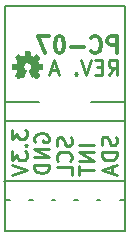
<source format=gbo>
G04 #@! TF.FileFunction,Legend,Bot*
%FSLAX46Y46*%
G04 Gerber Fmt 4.6, Leading zero omitted, Abs format (unit mm)*
G04 Created by KiCad (PCBNEW (2016-05-03 BZR 6266)-product) date Thu Jul 21 02:54:24 2016*
%MOMM*%
%LPD*%
G01*
G04 APERTURE LIST*
%ADD10C,0.350000*%
%ADD11C,0.254000*%
%ADD12C,0.200000*%
%ADD13C,0.304800*%
%ADD14C,0.150000*%
%ADD15C,0.002540*%
G04 APERTURE END LIST*
D10*
D11*
X111699524Y-127955524D02*
X110429524Y-127955524D01*
X111699524Y-128560286D02*
X110429524Y-128560286D01*
X111699524Y-129286000D01*
X110429524Y-129286000D01*
X110429524Y-129709333D02*
X110429524Y-130435048D01*
X111699524Y-130072191D02*
X110429524Y-130072191D01*
D12*
X111937800Y-132562600D02*
X112217200Y-132562600D01*
D11*
X106680000Y-127653143D02*
X106619524Y-127532191D01*
X106619524Y-127350762D01*
X106680000Y-127169334D01*
X106800952Y-127048381D01*
X106921905Y-126987905D01*
X107163810Y-126927429D01*
X107345238Y-126927429D01*
X107587143Y-126987905D01*
X107708095Y-127048381D01*
X107829048Y-127169334D01*
X107889524Y-127350762D01*
X107889524Y-127471714D01*
X107829048Y-127653143D01*
X107768571Y-127713619D01*
X107345238Y-127713619D01*
X107345238Y-127471714D01*
X107889524Y-128257905D02*
X106619524Y-128257905D01*
X107889524Y-128983619D01*
X106619524Y-128983619D01*
X107889524Y-129588381D02*
X106619524Y-129588381D01*
X106619524Y-129890762D01*
X106680000Y-130072190D01*
X106800952Y-130193143D01*
X106921905Y-130253619D01*
X107163810Y-130314095D01*
X107345238Y-130314095D01*
X107587143Y-130253619D01*
X107708095Y-130193143D01*
X107829048Y-130072190D01*
X107889524Y-129890762D01*
X107889524Y-129588381D01*
X109734048Y-127290286D02*
X109794524Y-127471714D01*
X109794524Y-127774095D01*
X109734048Y-127895048D01*
X109673571Y-127955524D01*
X109552619Y-128016000D01*
X109431667Y-128016000D01*
X109310714Y-127955524D01*
X109250238Y-127895048D01*
X109189762Y-127774095D01*
X109129286Y-127532191D01*
X109068810Y-127411238D01*
X109008333Y-127350762D01*
X108887381Y-127290286D01*
X108766429Y-127290286D01*
X108645476Y-127350762D01*
X108585000Y-127411238D01*
X108524524Y-127532191D01*
X108524524Y-127834571D01*
X108585000Y-128016000D01*
X109673571Y-129286000D02*
X109734048Y-129225524D01*
X109794524Y-129044095D01*
X109794524Y-128923143D01*
X109734048Y-128741715D01*
X109613095Y-128620762D01*
X109492143Y-128560286D01*
X109250238Y-128499810D01*
X109068810Y-128499810D01*
X108826905Y-128560286D01*
X108705952Y-128620762D01*
X108585000Y-128741715D01*
X108524524Y-128923143D01*
X108524524Y-129044095D01*
X108585000Y-129225524D01*
X108645476Y-129286000D01*
X109794524Y-130435048D02*
X109794524Y-129830286D01*
X108524524Y-129830286D01*
X104714524Y-126625048D02*
X104714524Y-127411238D01*
X105198333Y-126987905D01*
X105198333Y-127169333D01*
X105258810Y-127290286D01*
X105319286Y-127350762D01*
X105440238Y-127411238D01*
X105742619Y-127411238D01*
X105863571Y-127350762D01*
X105924048Y-127290286D01*
X105984524Y-127169333D01*
X105984524Y-126806476D01*
X105924048Y-126685524D01*
X105863571Y-126625048D01*
X105863571Y-127955524D02*
X105924048Y-128016000D01*
X105984524Y-127955524D01*
X105924048Y-127895048D01*
X105863571Y-127955524D01*
X105984524Y-127955524D01*
X104714524Y-128439334D02*
X104714524Y-129225524D01*
X105198333Y-128802191D01*
X105198333Y-128983619D01*
X105258810Y-129104572D01*
X105319286Y-129165048D01*
X105440238Y-129225524D01*
X105742619Y-129225524D01*
X105863571Y-129165048D01*
X105924048Y-129104572D01*
X105984524Y-128983619D01*
X105984524Y-128620762D01*
X105924048Y-128499810D01*
X105863571Y-128439334D01*
X104714524Y-129588381D02*
X105984524Y-130011715D01*
X104714524Y-130435048D01*
X113544048Y-127229810D02*
X113604524Y-127411238D01*
X113604524Y-127713619D01*
X113544048Y-127834572D01*
X113483571Y-127895048D01*
X113362619Y-127955524D01*
X113241667Y-127955524D01*
X113120714Y-127895048D01*
X113060238Y-127834572D01*
X112999762Y-127713619D01*
X112939286Y-127471715D01*
X112878810Y-127350762D01*
X112818333Y-127290286D01*
X112697381Y-127229810D01*
X112576429Y-127229810D01*
X112455476Y-127290286D01*
X112395000Y-127350762D01*
X112334524Y-127471715D01*
X112334524Y-127774095D01*
X112395000Y-127955524D01*
X113604524Y-128499810D02*
X112334524Y-128499810D01*
X112334524Y-128802191D01*
X112395000Y-128983619D01*
X112515952Y-129104572D01*
X112636905Y-129165048D01*
X112878810Y-129225524D01*
X113060238Y-129225524D01*
X113302143Y-129165048D01*
X113423095Y-129104572D01*
X113544048Y-128983619D01*
X113604524Y-128802191D01*
X113604524Y-128499810D01*
X113241667Y-129709334D02*
X113241667Y-130314096D01*
X113604524Y-129588381D02*
X112334524Y-130011715D01*
X113604524Y-130435048D01*
X112927190Y-121986524D02*
X113350523Y-121381762D01*
X113652904Y-121986524D02*
X113652904Y-120716524D01*
X113169095Y-120716524D01*
X113048142Y-120777000D01*
X112987666Y-120837476D01*
X112927190Y-120958429D01*
X112927190Y-121139857D01*
X112987666Y-121260810D01*
X113048142Y-121321286D01*
X113169095Y-121381762D01*
X113652904Y-121381762D01*
X112382904Y-121321286D02*
X111959571Y-121321286D01*
X111778142Y-121986524D02*
X112382904Y-121986524D01*
X112382904Y-120716524D01*
X111778142Y-120716524D01*
X111415285Y-120716524D02*
X110991951Y-121986524D01*
X110568618Y-120716524D01*
X110145285Y-121865571D02*
X110084809Y-121926048D01*
X110145285Y-121986524D01*
X110205761Y-121926048D01*
X110145285Y-121865571D01*
X110145285Y-121986524D01*
X108633380Y-121623667D02*
X108028618Y-121623667D01*
X108754333Y-121986524D02*
X108330999Y-120716524D01*
X107907666Y-121986524D01*
D13*
X113622666Y-120138976D02*
X113622666Y-118741976D01*
X113090475Y-118741976D01*
X112957428Y-118808500D01*
X112890904Y-118875024D01*
X112824380Y-119008071D01*
X112824380Y-119207643D01*
X112890904Y-119340690D01*
X112957428Y-119407214D01*
X113090475Y-119473738D01*
X113622666Y-119473738D01*
X111427380Y-120005929D02*
X111493904Y-120072452D01*
X111693475Y-120138976D01*
X111826523Y-120138976D01*
X112026095Y-120072452D01*
X112159142Y-119939405D01*
X112225666Y-119806357D01*
X112292190Y-119540262D01*
X112292190Y-119340690D01*
X112225666Y-119074595D01*
X112159142Y-118941548D01*
X112026095Y-118808500D01*
X111826523Y-118741976D01*
X111693475Y-118741976D01*
X111493904Y-118808500D01*
X111427380Y-118875024D01*
X110828666Y-119606786D02*
X109764285Y-119606786D01*
X108832952Y-118741976D02*
X108699904Y-118741976D01*
X108566856Y-118808500D01*
X108500333Y-118875024D01*
X108433809Y-119008071D01*
X108367285Y-119274167D01*
X108367285Y-119606786D01*
X108433809Y-119872881D01*
X108500333Y-120005929D01*
X108566856Y-120072452D01*
X108699904Y-120138976D01*
X108832952Y-120138976D01*
X108965999Y-120072452D01*
X109032523Y-120005929D01*
X109099047Y-119872881D01*
X109165571Y-119606786D01*
X109165571Y-119274167D01*
X109099047Y-119008071D01*
X109032523Y-118875024D01*
X108965999Y-118808500D01*
X108832952Y-118741976D01*
X107901619Y-118741976D02*
X106970285Y-118741976D01*
X107569000Y-120138976D01*
D12*
X111429800Y-124333000D02*
X114300000Y-124333000D01*
X113868200Y-132562600D02*
X114300000Y-132562600D01*
X110032800Y-132562600D02*
X110312200Y-132562600D01*
X108127800Y-132562600D02*
X108407200Y-132562600D01*
X106222800Y-132562600D02*
X106502200Y-132562600D01*
X104140000Y-124333000D02*
X107010200Y-124333000D01*
X104140000Y-125907800D02*
X114300000Y-125907800D01*
X104089200Y-130987800D02*
X114300000Y-130987800D01*
X104140000Y-132562600D02*
X104597200Y-132562600D01*
D14*
X104140000Y-116205000D02*
X104140000Y-135255000D01*
X114300000Y-116205000D02*
X104140000Y-116205000D01*
X114300000Y-135255000D02*
X114300000Y-116205000D01*
X104140000Y-135255000D02*
X114300000Y-135255000D01*
D15*
G36*
X106814620Y-122295920D02*
X106799380Y-122290840D01*
X106771440Y-122270520D01*
X106728260Y-122242580D01*
X106677460Y-122209560D01*
X106629200Y-122176540D01*
X106586020Y-122148600D01*
X106558080Y-122130820D01*
X106545380Y-122123200D01*
X106540300Y-122125740D01*
X106514900Y-122135900D01*
X106479340Y-122156220D01*
X106461560Y-122166380D01*
X106428540Y-122179080D01*
X106413300Y-122181620D01*
X106410760Y-122176540D01*
X106398060Y-122153680D01*
X106380280Y-122110500D01*
X106354880Y-122057160D01*
X106329480Y-121991120D01*
X106299000Y-121922540D01*
X106268520Y-121851420D01*
X106240580Y-121782840D01*
X106217720Y-121724420D01*
X106197400Y-121673620D01*
X106184700Y-121640600D01*
X106179620Y-121625360D01*
X106179620Y-121622820D01*
X106197400Y-121605040D01*
X106225340Y-121584720D01*
X106283760Y-121536460D01*
X106344720Y-121462800D01*
X106380280Y-121378980D01*
X106390440Y-121285000D01*
X106380280Y-121201180D01*
X106347260Y-121117360D01*
X106288840Y-121041160D01*
X106217720Y-120985280D01*
X106136440Y-120952260D01*
X106045000Y-120939560D01*
X105958640Y-120949720D01*
X105872280Y-120982740D01*
X105798620Y-121041160D01*
X105765600Y-121076720D01*
X105722420Y-121152920D01*
X105697020Y-121234200D01*
X105694480Y-121254520D01*
X105699560Y-121340880D01*
X105724960Y-121427240D01*
X105773220Y-121503440D01*
X105836720Y-121566940D01*
X105844340Y-121572020D01*
X105874820Y-121594880D01*
X105895140Y-121610120D01*
X105912920Y-121622820D01*
X105798620Y-121897140D01*
X105780840Y-121940320D01*
X105750360Y-122013980D01*
X105722420Y-122080020D01*
X105699560Y-122130820D01*
X105684320Y-122163840D01*
X105679240Y-122179080D01*
X105676700Y-122179080D01*
X105666540Y-122181620D01*
X105646220Y-122174000D01*
X105608120Y-122156220D01*
X105582720Y-122143520D01*
X105554780Y-122128280D01*
X105542080Y-122123200D01*
X105529380Y-122128280D01*
X105501440Y-122146060D01*
X105460800Y-122174000D01*
X105412540Y-122207020D01*
X105366820Y-122240040D01*
X105323640Y-122267980D01*
X105290620Y-122288300D01*
X105277920Y-122295920D01*
X105275380Y-122295920D01*
X105260140Y-122288300D01*
X105237280Y-122267980D01*
X105199180Y-122232420D01*
X105145840Y-122181620D01*
X105138220Y-122171460D01*
X105095040Y-122128280D01*
X105059480Y-122090180D01*
X105036620Y-122064780D01*
X105029000Y-122052080D01*
X105029000Y-122052080D01*
X105036620Y-122039380D01*
X105054400Y-122006360D01*
X105084880Y-121963180D01*
X105117900Y-121912380D01*
X105209340Y-121780300D01*
X105158540Y-121658380D01*
X105143300Y-121620280D01*
X105125520Y-121572020D01*
X105110280Y-121539000D01*
X105102660Y-121526300D01*
X105089960Y-121521220D01*
X105054400Y-121513600D01*
X105006140Y-121503440D01*
X104947720Y-121490740D01*
X104891840Y-121480580D01*
X104841040Y-121472960D01*
X104802940Y-121465340D01*
X104787700Y-121460260D01*
X104782620Y-121460260D01*
X104780080Y-121450100D01*
X104777540Y-121434860D01*
X104777540Y-121404380D01*
X104777540Y-121356120D01*
X104777540Y-121285000D01*
X104777540Y-121279920D01*
X104777540Y-121213880D01*
X104777540Y-121160540D01*
X104780080Y-121124980D01*
X104782620Y-121109740D01*
X104782620Y-121109740D01*
X104797860Y-121107200D01*
X104833420Y-121099580D01*
X104884220Y-121089420D01*
X104945180Y-121076720D01*
X104947720Y-121076720D01*
X105008680Y-121066560D01*
X105059480Y-121053860D01*
X105095040Y-121046240D01*
X105110280Y-121041160D01*
X105112820Y-121038620D01*
X105125520Y-121015760D01*
X105140760Y-120977660D01*
X105161080Y-120931940D01*
X105181400Y-120883680D01*
X105199180Y-120843040D01*
X105209340Y-120810020D01*
X105211880Y-120797320D01*
X105211880Y-120794780D01*
X105204260Y-120782080D01*
X105183940Y-120751600D01*
X105153460Y-120705880D01*
X105117900Y-120655080D01*
X105115360Y-120652540D01*
X105082340Y-120601740D01*
X105054400Y-120558560D01*
X105034080Y-120528080D01*
X105029000Y-120512840D01*
X105029000Y-120512840D01*
X105039160Y-120497600D01*
X105064560Y-120469660D01*
X105102660Y-120431560D01*
X105145840Y-120385840D01*
X105161080Y-120370600D01*
X105209340Y-120322340D01*
X105244900Y-120291860D01*
X105265220Y-120274080D01*
X105275380Y-120271540D01*
X105275380Y-120271540D01*
X105290620Y-120281700D01*
X105323640Y-120302020D01*
X105366820Y-120332500D01*
X105417620Y-120365520D01*
X105422700Y-120368060D01*
X105473500Y-120403620D01*
X105516680Y-120431560D01*
X105544620Y-120451880D01*
X105559860Y-120459500D01*
X105559860Y-120459500D01*
X105582720Y-120454420D01*
X105618280Y-120441720D01*
X105661460Y-120423940D01*
X105709720Y-120406160D01*
X105752900Y-120385840D01*
X105783380Y-120373140D01*
X105798620Y-120362980D01*
X105798620Y-120362980D01*
X105803700Y-120345200D01*
X105813860Y-120307100D01*
X105824020Y-120253760D01*
X105836720Y-120192800D01*
X105836720Y-120182640D01*
X105849420Y-120121680D01*
X105859580Y-120070880D01*
X105867200Y-120037860D01*
X105869740Y-120022620D01*
X105877360Y-120020080D01*
X105907840Y-120020080D01*
X105953560Y-120017540D01*
X106006900Y-120017540D01*
X106062780Y-120017540D01*
X106118660Y-120017540D01*
X106166920Y-120020080D01*
X106202480Y-120022620D01*
X106215180Y-120025160D01*
X106215180Y-120025160D01*
X106222800Y-120045480D01*
X106230420Y-120083580D01*
X106240580Y-120136920D01*
X106253280Y-120197880D01*
X106255820Y-120208040D01*
X106265980Y-120269000D01*
X106276140Y-120319800D01*
X106283760Y-120352820D01*
X106286300Y-120365520D01*
X106293920Y-120370600D01*
X106316780Y-120380760D01*
X106357420Y-120396000D01*
X106408220Y-120416320D01*
X106525060Y-120464580D01*
X106667300Y-120365520D01*
X106680000Y-120357900D01*
X106730800Y-120322340D01*
X106773980Y-120294400D01*
X106801920Y-120276620D01*
X106814620Y-120269000D01*
X106817160Y-120269000D01*
X106829860Y-120281700D01*
X106857800Y-120309640D01*
X106895900Y-120345200D01*
X106941620Y-120390920D01*
X106974640Y-120423940D01*
X107015280Y-120464580D01*
X107038140Y-120489980D01*
X107053380Y-120507760D01*
X107058460Y-120517920D01*
X107055920Y-120525540D01*
X107048300Y-120540780D01*
X107025440Y-120571260D01*
X106997500Y-120614440D01*
X106961940Y-120665240D01*
X106934000Y-120705880D01*
X106903520Y-120754140D01*
X106883200Y-120789700D01*
X106875580Y-120804940D01*
X106878120Y-120812560D01*
X106888280Y-120840500D01*
X106903520Y-120883680D01*
X106926380Y-120931940D01*
X106974640Y-121046240D01*
X107048300Y-121058940D01*
X107094020Y-121069100D01*
X107157520Y-121081800D01*
X107215940Y-121091960D01*
X107309920Y-121109740D01*
X107315000Y-121452640D01*
X107299760Y-121457720D01*
X107284520Y-121462800D01*
X107251500Y-121470420D01*
X107200700Y-121480580D01*
X107142280Y-121490740D01*
X107094020Y-121500900D01*
X107043220Y-121511060D01*
X107007660Y-121516140D01*
X106989880Y-121521220D01*
X106987340Y-121526300D01*
X106974640Y-121549160D01*
X106956860Y-121589800D01*
X106936540Y-121635520D01*
X106916220Y-121683780D01*
X106898440Y-121726960D01*
X106885740Y-121762520D01*
X106880660Y-121780300D01*
X106888280Y-121793000D01*
X106908600Y-121820940D01*
X106936540Y-121864120D01*
X106969560Y-121914920D01*
X107002580Y-121963180D01*
X107033060Y-122006360D01*
X107053380Y-122036840D01*
X107061000Y-122052080D01*
X107055920Y-122059700D01*
X107035600Y-122085100D01*
X107000040Y-122123200D01*
X106944160Y-122179080D01*
X106934000Y-122186700D01*
X106888280Y-122229880D01*
X106852720Y-122265440D01*
X106824780Y-122288300D01*
X106814620Y-122295920D01*
X106814620Y-122295920D01*
G37*
X106814620Y-122295920D02*
X106799380Y-122290840D01*
X106771440Y-122270520D01*
X106728260Y-122242580D01*
X106677460Y-122209560D01*
X106629200Y-122176540D01*
X106586020Y-122148600D01*
X106558080Y-122130820D01*
X106545380Y-122123200D01*
X106540300Y-122125740D01*
X106514900Y-122135900D01*
X106479340Y-122156220D01*
X106461560Y-122166380D01*
X106428540Y-122179080D01*
X106413300Y-122181620D01*
X106410760Y-122176540D01*
X106398060Y-122153680D01*
X106380280Y-122110500D01*
X106354880Y-122057160D01*
X106329480Y-121991120D01*
X106299000Y-121922540D01*
X106268520Y-121851420D01*
X106240580Y-121782840D01*
X106217720Y-121724420D01*
X106197400Y-121673620D01*
X106184700Y-121640600D01*
X106179620Y-121625360D01*
X106179620Y-121622820D01*
X106197400Y-121605040D01*
X106225340Y-121584720D01*
X106283760Y-121536460D01*
X106344720Y-121462800D01*
X106380280Y-121378980D01*
X106390440Y-121285000D01*
X106380280Y-121201180D01*
X106347260Y-121117360D01*
X106288840Y-121041160D01*
X106217720Y-120985280D01*
X106136440Y-120952260D01*
X106045000Y-120939560D01*
X105958640Y-120949720D01*
X105872280Y-120982740D01*
X105798620Y-121041160D01*
X105765600Y-121076720D01*
X105722420Y-121152920D01*
X105697020Y-121234200D01*
X105694480Y-121254520D01*
X105699560Y-121340880D01*
X105724960Y-121427240D01*
X105773220Y-121503440D01*
X105836720Y-121566940D01*
X105844340Y-121572020D01*
X105874820Y-121594880D01*
X105895140Y-121610120D01*
X105912920Y-121622820D01*
X105798620Y-121897140D01*
X105780840Y-121940320D01*
X105750360Y-122013980D01*
X105722420Y-122080020D01*
X105699560Y-122130820D01*
X105684320Y-122163840D01*
X105679240Y-122179080D01*
X105676700Y-122179080D01*
X105666540Y-122181620D01*
X105646220Y-122174000D01*
X105608120Y-122156220D01*
X105582720Y-122143520D01*
X105554780Y-122128280D01*
X105542080Y-122123200D01*
X105529380Y-122128280D01*
X105501440Y-122146060D01*
X105460800Y-122174000D01*
X105412540Y-122207020D01*
X105366820Y-122240040D01*
X105323640Y-122267980D01*
X105290620Y-122288300D01*
X105277920Y-122295920D01*
X105275380Y-122295920D01*
X105260140Y-122288300D01*
X105237280Y-122267980D01*
X105199180Y-122232420D01*
X105145840Y-122181620D01*
X105138220Y-122171460D01*
X105095040Y-122128280D01*
X105059480Y-122090180D01*
X105036620Y-122064780D01*
X105029000Y-122052080D01*
X105029000Y-122052080D01*
X105036620Y-122039380D01*
X105054400Y-122006360D01*
X105084880Y-121963180D01*
X105117900Y-121912380D01*
X105209340Y-121780300D01*
X105158540Y-121658380D01*
X105143300Y-121620280D01*
X105125520Y-121572020D01*
X105110280Y-121539000D01*
X105102660Y-121526300D01*
X105089960Y-121521220D01*
X105054400Y-121513600D01*
X105006140Y-121503440D01*
X104947720Y-121490740D01*
X104891840Y-121480580D01*
X104841040Y-121472960D01*
X104802940Y-121465340D01*
X104787700Y-121460260D01*
X104782620Y-121460260D01*
X104780080Y-121450100D01*
X104777540Y-121434860D01*
X104777540Y-121404380D01*
X104777540Y-121356120D01*
X104777540Y-121285000D01*
X104777540Y-121279920D01*
X104777540Y-121213880D01*
X104777540Y-121160540D01*
X104780080Y-121124980D01*
X104782620Y-121109740D01*
X104782620Y-121109740D01*
X104797860Y-121107200D01*
X104833420Y-121099580D01*
X104884220Y-121089420D01*
X104945180Y-121076720D01*
X104947720Y-121076720D01*
X105008680Y-121066560D01*
X105059480Y-121053860D01*
X105095040Y-121046240D01*
X105110280Y-121041160D01*
X105112820Y-121038620D01*
X105125520Y-121015760D01*
X105140760Y-120977660D01*
X105161080Y-120931940D01*
X105181400Y-120883680D01*
X105199180Y-120843040D01*
X105209340Y-120810020D01*
X105211880Y-120797320D01*
X105211880Y-120794780D01*
X105204260Y-120782080D01*
X105183940Y-120751600D01*
X105153460Y-120705880D01*
X105117900Y-120655080D01*
X105115360Y-120652540D01*
X105082340Y-120601740D01*
X105054400Y-120558560D01*
X105034080Y-120528080D01*
X105029000Y-120512840D01*
X105029000Y-120512840D01*
X105039160Y-120497600D01*
X105064560Y-120469660D01*
X105102660Y-120431560D01*
X105145840Y-120385840D01*
X105161080Y-120370600D01*
X105209340Y-120322340D01*
X105244900Y-120291860D01*
X105265220Y-120274080D01*
X105275380Y-120271540D01*
X105275380Y-120271540D01*
X105290620Y-120281700D01*
X105323640Y-120302020D01*
X105366820Y-120332500D01*
X105417620Y-120365520D01*
X105422700Y-120368060D01*
X105473500Y-120403620D01*
X105516680Y-120431560D01*
X105544620Y-120451880D01*
X105559860Y-120459500D01*
X105559860Y-120459500D01*
X105582720Y-120454420D01*
X105618280Y-120441720D01*
X105661460Y-120423940D01*
X105709720Y-120406160D01*
X105752900Y-120385840D01*
X105783380Y-120373140D01*
X105798620Y-120362980D01*
X105798620Y-120362980D01*
X105803700Y-120345200D01*
X105813860Y-120307100D01*
X105824020Y-120253760D01*
X105836720Y-120192800D01*
X105836720Y-120182640D01*
X105849420Y-120121680D01*
X105859580Y-120070880D01*
X105867200Y-120037860D01*
X105869740Y-120022620D01*
X105877360Y-120020080D01*
X105907840Y-120020080D01*
X105953560Y-120017540D01*
X106006900Y-120017540D01*
X106062780Y-120017540D01*
X106118660Y-120017540D01*
X106166920Y-120020080D01*
X106202480Y-120022620D01*
X106215180Y-120025160D01*
X106215180Y-120025160D01*
X106222800Y-120045480D01*
X106230420Y-120083580D01*
X106240580Y-120136920D01*
X106253280Y-120197880D01*
X106255820Y-120208040D01*
X106265980Y-120269000D01*
X106276140Y-120319800D01*
X106283760Y-120352820D01*
X106286300Y-120365520D01*
X106293920Y-120370600D01*
X106316780Y-120380760D01*
X106357420Y-120396000D01*
X106408220Y-120416320D01*
X106525060Y-120464580D01*
X106667300Y-120365520D01*
X106680000Y-120357900D01*
X106730800Y-120322340D01*
X106773980Y-120294400D01*
X106801920Y-120276620D01*
X106814620Y-120269000D01*
X106817160Y-120269000D01*
X106829860Y-120281700D01*
X106857800Y-120309640D01*
X106895900Y-120345200D01*
X106941620Y-120390920D01*
X106974640Y-120423940D01*
X107015280Y-120464580D01*
X107038140Y-120489980D01*
X107053380Y-120507760D01*
X107058460Y-120517920D01*
X107055920Y-120525540D01*
X107048300Y-120540780D01*
X107025440Y-120571260D01*
X106997500Y-120614440D01*
X106961940Y-120665240D01*
X106934000Y-120705880D01*
X106903520Y-120754140D01*
X106883200Y-120789700D01*
X106875580Y-120804940D01*
X106878120Y-120812560D01*
X106888280Y-120840500D01*
X106903520Y-120883680D01*
X106926380Y-120931940D01*
X106974640Y-121046240D01*
X107048300Y-121058940D01*
X107094020Y-121069100D01*
X107157520Y-121081800D01*
X107215940Y-121091960D01*
X107309920Y-121109740D01*
X107315000Y-121452640D01*
X107299760Y-121457720D01*
X107284520Y-121462800D01*
X107251500Y-121470420D01*
X107200700Y-121480580D01*
X107142280Y-121490740D01*
X107094020Y-121500900D01*
X107043220Y-121511060D01*
X107007660Y-121516140D01*
X106989880Y-121521220D01*
X106987340Y-121526300D01*
X106974640Y-121549160D01*
X106956860Y-121589800D01*
X106936540Y-121635520D01*
X106916220Y-121683780D01*
X106898440Y-121726960D01*
X106885740Y-121762520D01*
X106880660Y-121780300D01*
X106888280Y-121793000D01*
X106908600Y-121820940D01*
X106936540Y-121864120D01*
X106969560Y-121914920D01*
X107002580Y-121963180D01*
X107033060Y-122006360D01*
X107053380Y-122036840D01*
X107061000Y-122052080D01*
X107055920Y-122059700D01*
X107035600Y-122085100D01*
X107000040Y-122123200D01*
X106944160Y-122179080D01*
X106934000Y-122186700D01*
X106888280Y-122229880D01*
X106852720Y-122265440D01*
X106824780Y-122288300D01*
X106814620Y-122295920D01*
M02*

</source>
